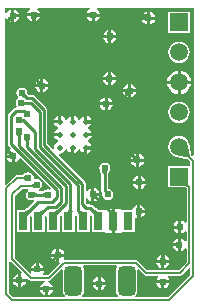
<source format=gbl>
G04*
G04 #@! TF.GenerationSoftware,Altium Limited,Altium Designer,20.1.8 (145)*
G04*
G04 Layer_Physical_Order=2*
G04 Layer_Color=16711680*
%FSLAX25Y25*%
%MOIN*%
G70*
G04*
G04 #@! TF.SameCoordinates,9520363F-8405-43F2-999A-1BF51871F706*
G04*
G04*
G04 #@! TF.FilePolarity,Positive*
G04*
G01*
G75*
%ADD40C,0.00900*%
%ADD41C,0.01000*%
%ADD42C,0.00600*%
%ADD43C,0.05906*%
%ADD44R,0.05906X0.05906*%
G04:AMPARAMS|DCode=45|XSize=98.43mil|YSize=59.06mil|CornerRadius=14.76mil|HoleSize=0mil|Usage=FLASHONLY|Rotation=90.000|XOffset=0mil|YOffset=0mil|HoleType=Round|Shape=RoundedRectangle|*
%AMROUNDEDRECTD45*
21,1,0.09843,0.02953,0,0,90.0*
21,1,0.06890,0.05906,0,0,90.0*
1,1,0.02953,0.01476,0.03445*
1,1,0.02953,0.01476,-0.03445*
1,1,0.02953,-0.01476,-0.03445*
1,1,0.02953,-0.01476,0.03445*
%
%ADD45ROUNDEDRECTD45*%
%ADD46C,0.02400*%
%ADD47C,0.01968*%
%ADD48R,0.03150X0.05906*%
G36*
X583987Y229913D02*
X583487Y229669D01*
X583236Y229837D01*
X582690Y232692D01*
X582666Y232729D01*
X582561Y233527D01*
X582203Y234392D01*
X581634Y235134D01*
X580892Y235703D01*
X580027Y236061D01*
X579100Y236183D01*
X578172Y236061D01*
X577308Y235703D01*
X576566Y235134D01*
X575997Y234392D01*
X575639Y233527D01*
X575517Y232600D01*
X575639Y231673D01*
X575997Y230808D01*
X576566Y230066D01*
X577308Y229497D01*
X578172Y229139D01*
X578971Y229034D01*
X579008Y229010D01*
X581955Y228447D01*
X582789Y227614D01*
Y226596D01*
X582653Y226153D01*
X575547D01*
Y219047D01*
X580964D01*
X581589Y218735D01*
Y207438D01*
X581089Y207286D01*
X580986Y207440D01*
X580258Y207926D01*
X579900Y207997D01*
Y205854D01*
Y203710D01*
X580258Y203781D01*
X580986Y204267D01*
X581089Y204421D01*
X581589Y204269D01*
Y201255D01*
X581089Y201103D01*
X580833Y201486D01*
X580105Y201972D01*
X579746Y202044D01*
Y199900D01*
Y197756D01*
X580105Y197828D01*
X580833Y198314D01*
X581089Y198697D01*
X581589Y198546D01*
Y194186D01*
X578920Y191518D01*
X568580D01*
X565449Y194649D01*
X565151Y194848D01*
X564800Y194918D01*
X540890D01*
X540711Y195131D01*
X540603Y195388D01*
X540772Y195642D01*
X540844Y196000D01*
X539200D01*
Y194231D01*
X539386Y193884D01*
X535320Y189818D01*
X533874D01*
X533622Y190318D01*
X533972Y190842D01*
X534044Y191200D01*
X529756D01*
X529828Y190842D01*
X529957Y190647D01*
X529569Y190329D01*
X524418Y195480D01*
Y216320D01*
X526680Y218582D01*
X528727D01*
X528879Y218082D01*
X528602Y217898D01*
X528204Y217302D01*
X528065Y216600D01*
X528204Y215898D01*
X528602Y215302D01*
X529198Y214904D01*
X529900Y214765D01*
X530579Y214900D01*
X530610Y214878D01*
X530844Y214458D01*
X528438Y212052D01*
X527262Y211453D01*
X525025D01*
Y204347D01*
X529375D01*
Y209218D01*
X529525Y209367D01*
X530025Y209160D01*
Y204347D01*
X534375D01*
Y209318D01*
X534525Y209467D01*
X535025Y209260D01*
Y204347D01*
X539375D01*
Y209418D01*
X539525Y209567D01*
X540025Y209360D01*
Y204347D01*
X544375D01*
Y209441D01*
X544875Y209658D01*
X545025Y209518D01*
Y204347D01*
X549375D01*
Y209460D01*
X549875Y209667D01*
X550025Y209518D01*
Y204347D01*
X554125D01*
X554375Y204347D01*
X554625Y203951D01*
Y203947D01*
X556700D01*
Y204161D01*
X556300Y204971D01*
X556700D01*
Y207900D01*
Y210834D01*
X555637Y210841D01*
X555087Y211477D01*
X556359D01*
X556700Y211304D01*
Y211853D01*
X554625D01*
Y211849D01*
X554375Y211453D01*
X554125Y211453D01*
X552438D01*
X551263Y212052D01*
X550257Y213057D01*
X549910Y213289D01*
X549500Y213371D01*
X548443D01*
X547971Y213843D01*
Y215476D01*
X548471Y215628D01*
X548814Y215114D01*
X549542Y214628D01*
X549900Y214556D01*
Y216700D01*
Y218844D01*
X549542Y218772D01*
X548814Y218286D01*
X548471Y217772D01*
X547971Y217924D01*
Y220307D01*
X547889Y220716D01*
X547657Y221064D01*
X547657Y221064D01*
X538889Y229832D01*
X539135Y230293D01*
X539369Y230246D01*
X540143Y230400D01*
X540800Y230839D01*
X541238Y231495D01*
X541280Y231703D01*
X541789D01*
X541831Y231495D01*
X542269Y230839D01*
X542926Y230400D01*
X543200Y230346D01*
Y232269D01*
X544200D01*
Y230346D01*
X544474Y230400D01*
X545131Y230839D01*
X545569Y231495D01*
X545611Y231703D01*
X546120D01*
X546162Y231495D01*
X546600Y230839D01*
X547257Y230400D01*
X547531Y230346D01*
Y232269D01*
X548031D01*
Y232769D01*
X548734D01*
Y232958D01*
X549337Y232769D01*
X549954D01*
X549900Y233044D01*
X549461Y233700D01*
X548805Y234138D01*
X548597Y234180D01*
Y234689D01*
X548805Y234731D01*
X549461Y235169D01*
X549900Y235826D01*
X549954Y236100D01*
X548031D01*
Y237100D01*
X549954D01*
X549900Y237374D01*
X549461Y238031D01*
X548805Y238469D01*
X548597Y238510D01*
Y239020D01*
X548805Y239062D01*
X549461Y239500D01*
X549900Y240157D01*
X549954Y240431D01*
X549337D01*
X548734Y240242D01*
Y240431D01*
X548031D01*
Y240931D01*
X547531D01*
Y242854D01*
X547257Y242800D01*
X546600Y242361D01*
X546162Y241705D01*
X546120Y241497D01*
X545611D01*
X545569Y241705D01*
X545131Y242361D01*
X544474Y242800D01*
X544200Y242854D01*
Y240931D01*
X543200D01*
Y242854D01*
X542926Y242800D01*
X542269Y242361D01*
X541831Y241705D01*
X541789Y241497D01*
X541280D01*
X541238Y241705D01*
X540800Y242361D01*
X540143Y242800D01*
X539869Y242854D01*
Y240931D01*
X539369D01*
Y240431D01*
X537446D01*
X537500Y240157D01*
X537939Y239500D01*
X538595Y239062D01*
X538803Y239020D01*
Y238510D01*
X538595Y238469D01*
X537939Y238031D01*
X537500Y237374D01*
X537446Y237100D01*
X539369D01*
Y236100D01*
X537446D01*
X537500Y235826D01*
X537939Y235169D01*
X538595Y234731D01*
X538803Y234689D01*
Y234180D01*
X538595Y234138D01*
X537939Y233700D01*
X537500Y233044D01*
X537346Y232269D01*
X537393Y232035D01*
X536932Y231789D01*
X535171Y233550D01*
Y244821D01*
X535089Y245231D01*
X534857Y245578D01*
X530978Y249457D01*
X530631Y249689D01*
X530221Y249771D01*
X528943D01*
X528892Y249822D01*
X528497Y250744D01*
X528484Y250756D01*
X528396Y251202D01*
X527998Y251798D01*
X527402Y252196D01*
X526700Y252335D01*
X525998Y252196D01*
X525402Y251798D01*
X525004Y251202D01*
X524865Y250500D01*
X525004Y249798D01*
X525402Y249202D01*
X525380Y248616D01*
X525202Y248498D01*
X524804Y247902D01*
X524665Y247200D01*
X524804Y246498D01*
X525090Y246071D01*
X524867Y245571D01*
X524600D01*
X524190Y245489D01*
X523843Y245257D01*
X522187Y243601D01*
X521955Y243253D01*
X521873Y242844D01*
Y233656D01*
X521955Y233247D01*
X522187Y232899D01*
X523026Y232060D01*
X522861Y231518D01*
X522214Y231086D01*
X521728Y230358D01*
X521656Y230000D01*
X522391D01*
X522186Y230477D01*
X522823Y231114D01*
X523788Y230700D01*
X523088Y230000D01*
X523800D01*
Y229500D01*
X524300D01*
Y227356D01*
X524658Y227428D01*
X525386Y227914D01*
X525818Y228561D01*
X526360Y228726D01*
X536300Y218786D01*
X536054Y218325D01*
X535500Y218435D01*
X534798Y218296D01*
X534432Y218051D01*
X534425Y218052D01*
X533499Y217722D01*
X532273D01*
X532222Y217779D01*
X532270Y218096D01*
X532375Y218353D01*
X532898Y218702D01*
X533296Y219298D01*
X533435Y220000D01*
X533296Y220702D01*
X532898Y221298D01*
X532302Y221696D01*
X531600Y221835D01*
X531134Y221743D01*
X530709Y222110D01*
X530701Y222127D01*
X530735Y222300D01*
X530596Y223002D01*
X530198Y223598D01*
X529602Y223996D01*
X528900Y224135D01*
X528198Y223996D01*
X527783Y223719D01*
X527740Y223715D01*
X526797Y223218D01*
X525100D01*
X524749Y223148D01*
X524451Y222949D01*
X521475Y219973D01*
X521013Y220164D01*
Y275405D01*
X521513Y275454D01*
X521528Y275381D01*
X522014Y274653D01*
X522742Y274167D01*
X523100Y274096D01*
Y274830D01*
X522622Y274625D01*
X521986Y275262D01*
X522400Y276227D01*
X523100Y275527D01*
Y276239D01*
Y278383D01*
X522742Y278312D01*
X522014Y277825D01*
X521528Y277098D01*
X521513Y277025D01*
X521013Y277074D01*
Y278987D01*
X529366D01*
X529518Y278487D01*
X529067Y278186D01*
X528581Y277458D01*
X528510Y277100D01*
X531510D01*
Y277440D01*
X532361Y277100D01*
X532797D01*
X532726Y277458D01*
X532240Y278186D01*
X531790Y278487D01*
X531941Y278987D01*
X549308D01*
X549460Y278487D01*
X548860Y278086D01*
X548374Y277358D01*
X548303Y277000D01*
X548655D01*
X548660Y277050D01*
X549662Y277409D01*
X549628Y277000D01*
X551303D01*
Y277340D01*
X552154Y277000D01*
X552590D01*
X552519Y277358D01*
X552033Y278086D01*
X551433Y278487D01*
X551584Y278987D01*
X583987D01*
Y229913D01*
D02*
G37*
G36*
X528314Y249522D02*
X527677Y248886D01*
X526712Y249300D01*
X527900Y250488D01*
X528314Y249522D01*
D02*
G37*
G36*
X526200Y236018D02*
X525300D01*
X524910Y236993D01*
X526590D01*
X526200Y236018D01*
D02*
G37*
G36*
X528850Y234168D02*
X527950D01*
X527560Y235143D01*
X529240D01*
X528850Y234168D01*
D02*
G37*
G36*
X582642Y229482D02*
X582218Y229058D01*
X579130Y229647D01*
X582053Y232571D01*
X582642Y229482D01*
D02*
G37*
G36*
X528043Y221460D02*
X527018Y222000D01*
Y222600D01*
X528043Y223140D01*
Y221460D01*
D02*
G37*
G36*
X582465Y219659D02*
X582041Y219235D01*
X581192Y219659D01*
X582041Y220508D01*
X582465Y219659D01*
D02*
G37*
G36*
X531160Y218884D02*
X529986Y219200D01*
X529697Y219800D01*
X530471Y220407D01*
X531160Y218884D01*
D02*
G37*
G36*
X534643Y215760D02*
X533689Y216100D01*
Y217100D01*
X534643Y217440D01*
Y215760D01*
D02*
G37*
G36*
X531711Y217100D02*
Y216100D01*
X530757Y215760D01*
Y217440D01*
X531711Y217100D01*
D02*
G37*
G36*
X543763Y210841D02*
X542000Y210829D01*
X542450Y211741D01*
X543350D01*
X543763Y210841D01*
D02*
G37*
G36*
X546978Y210829D02*
X545649Y209944D01*
X545001Y211063D01*
X545859Y211477D01*
X546978Y210829D01*
D02*
G37*
G36*
X552232D02*
X550649Y209890D01*
X550001Y211163D01*
X550959Y211477D01*
X552232Y210829D01*
D02*
G37*
G36*
X539399Y211063D02*
X538751Y209790D01*
X537268Y210829D01*
X538541Y211477D01*
X539399Y211063D01*
D02*
G37*
G36*
X534399Y210963D02*
X533751Y209690D01*
X532368Y210829D01*
X533641Y211477D01*
X534399Y210963D01*
D02*
G37*
G36*
X529399Y210863D02*
X528751Y209590D01*
X527468Y210829D01*
X528741Y211477D01*
X529399Y210863D01*
D02*
G37*
G36*
X582789Y192138D02*
Y189886D01*
X575420Y182518D01*
X564681D01*
X564529Y183018D01*
X564590Y183058D01*
X565049Y183745D01*
X565210Y184555D01*
Y191445D01*
X565175Y191620D01*
X565636Y191866D01*
X567551Y189951D01*
X567849Y189752D01*
X568200Y189682D01*
X571957D01*
X572114Y189186D01*
X571628Y188458D01*
X571556Y188100D01*
X575844D01*
X575772Y188458D01*
X575286Y189186D01*
X575443Y189682D01*
X579300D01*
X579651Y189752D01*
X579949Y189951D01*
X582327Y192329D01*
X582789Y192138D01*
D02*
G37*
G36*
X558403Y192582D02*
X558184Y192255D01*
X558023Y191445D01*
Y184555D01*
X558184Y183745D01*
X558643Y183058D01*
X558704Y183018D01*
X558552Y182518D01*
X546964D01*
X546813Y183018D01*
X546873Y183058D01*
X547332Y183745D01*
X547493Y184555D01*
Y191445D01*
X547332Y192255D01*
X547114Y192582D01*
X547381Y193082D01*
X558136D01*
X558403Y192582D01*
D02*
G37*
G36*
X526586Y190717D02*
X526400Y190369D01*
Y188600D01*
X528169D01*
X528516Y188786D01*
X529051Y188251D01*
X529349Y188052D01*
X529700Y187982D01*
X534545D01*
X534595Y187482D01*
X534042Y187372D01*
X533314Y186886D01*
X532828Y186158D01*
X532756Y185800D01*
X537044D01*
X536972Y186158D01*
X536486Y186886D01*
X535758Y187372D01*
X535205Y187482D01*
X535255Y187982D01*
X535700D01*
X536051Y188052D01*
X536349Y188251D01*
X539860Y191762D01*
X540321Y191516D01*
X540307Y191445D01*
Y184555D01*
X540468Y183745D01*
X540927Y183058D01*
X540987Y183018D01*
X540836Y182518D01*
X523680D01*
X522418Y183780D01*
Y194200D01*
X522649Y194334D01*
X522918Y194385D01*
X526586Y190717D01*
D02*
G37*
%LPC*%
G36*
X524100Y278383D02*
Y276739D01*
X525744D01*
X525672Y277098D01*
X525186Y277825D01*
X524458Y278312D01*
X524100Y278383D01*
D02*
G37*
G36*
X569347Y277644D02*
Y276000D01*
X570990D01*
X570919Y276358D01*
X570433Y277086D01*
X569705Y277572D01*
X569347Y277644D01*
D02*
G37*
G36*
X568347D02*
X567988Y277572D01*
X567260Y277086D01*
X566774Y276358D01*
X566703Y276000D01*
X568347D01*
Y277644D01*
D02*
G37*
G36*
X532797Y276100D02*
X532361D01*
X531510Y275760D01*
Y276100D01*
X531153D01*
Y275743D01*
X531494D01*
X531153Y274893D01*
Y274456D01*
X531512Y274528D01*
X532240Y275014D01*
X532726Y275742D01*
X532797Y276100D01*
D02*
G37*
G36*
X549946Y276000D02*
X549545D01*
X549522Y275734D01*
X548919Y276000D01*
X548303D01*
X548374Y275642D01*
X548860Y274914D01*
X549588Y274428D01*
X549946Y274356D01*
Y276000D01*
D02*
G37*
G36*
X552590D02*
X552154D01*
X551303Y275660D01*
Y276000D01*
X550947D01*
Y274356D01*
X551305Y274428D01*
X552033Y274914D01*
X552519Y275642D01*
X552590Y276000D01*
D02*
G37*
G36*
X530154Y276100D02*
X528510D01*
X528581Y275742D01*
X529067Y275014D01*
X529795Y274528D01*
X530154Y274456D01*
Y274893D01*
X529814Y275743D01*
X530154D01*
Y276100D01*
D02*
G37*
G36*
X525744Y275739D02*
X524100D01*
Y274096D01*
X524458Y274167D01*
X525186Y274653D01*
X525672Y275381D01*
X525744Y275739D01*
D02*
G37*
G36*
X570990Y275000D02*
X569347D01*
Y273356D01*
X569705Y273428D01*
X570433Y273914D01*
X570919Y274642D01*
X570990Y275000D01*
D02*
G37*
G36*
X568347D02*
X566703D01*
X566774Y274642D01*
X567260Y273914D01*
X567988Y273428D01*
X568347Y273356D01*
Y275000D01*
D02*
G37*
G36*
X582653Y277653D02*
X575547D01*
Y270547D01*
X582653D01*
Y277653D01*
D02*
G37*
G36*
X556500Y271544D02*
Y270927D01*
X556766Y270324D01*
X556500Y270053D01*
Y269900D01*
X558144D01*
X558072Y270258D01*
X557586Y270986D01*
X556858Y271472D01*
X556500Y271544D01*
D02*
G37*
G36*
X555500D02*
X555142Y271472D01*
X554414Y270986D01*
X553928Y270258D01*
X553856Y269900D01*
X555370D01*
X555091Y270184D01*
X555450Y271186D01*
X555500Y271191D01*
Y271544D01*
D02*
G37*
G36*
X558144Y268900D02*
X556500D01*
Y268747D01*
X556766Y268476D01*
X556500Y267873D01*
Y267256D01*
X556858Y267328D01*
X557586Y267814D01*
X558072Y268542D01*
X558144Y268900D01*
D02*
G37*
G36*
X555370D02*
X553856D01*
X553928Y268542D01*
X554414Y267814D01*
X555142Y267328D01*
X555500Y267256D01*
Y267609D01*
X555450Y267614D01*
X555091Y268616D01*
X555370Y268900D01*
D02*
G37*
G36*
X579100Y267683D02*
X578172Y267561D01*
X577308Y267203D01*
X576566Y266634D01*
X575997Y265892D01*
X575639Y265027D01*
X575517Y264100D01*
X575639Y263173D01*
X575997Y262308D01*
X576566Y261566D01*
X577308Y260997D01*
X578172Y260639D01*
X579100Y260517D01*
X580027Y260639D01*
X580892Y260997D01*
X581634Y261566D01*
X582203Y262308D01*
X582561Y263173D01*
X582683Y264100D01*
X582561Y265027D01*
X582203Y265892D01*
X581634Y266634D01*
X580892Y267203D01*
X580027Y267561D01*
X579100Y267683D01*
D02*
G37*
G36*
X556400Y257444D02*
Y257007D01*
X556740Y256157D01*
X556400D01*
Y255800D01*
X558044D01*
X557972Y256158D01*
X557486Y256886D01*
X556758Y257372D01*
X556400Y257444D01*
D02*
G37*
G36*
X555400D02*
X555042Y257372D01*
X554314Y256886D01*
X553828Y256158D01*
X553756Y255800D01*
X555400D01*
Y256157D01*
X555060D01*
X555400Y257007D01*
Y257444D01*
D02*
G37*
G36*
X579600Y258021D02*
Y254600D01*
X583021D01*
X582951Y255132D01*
X582553Y256093D01*
X581919Y256919D01*
X581093Y257553D01*
X580132Y257951D01*
X579600Y258021D01*
D02*
G37*
G36*
X578600D02*
X578068Y257951D01*
X577107Y257553D01*
X576281Y256919D01*
X575647Y256093D01*
X575249Y255132D01*
X575179Y254600D01*
X578600D01*
Y258021D01*
D02*
G37*
G36*
X532854Y255144D02*
X532495Y255072D01*
X531767Y254586D01*
X531281Y253858D01*
X531210Y253500D01*
X531944D01*
X531740Y253977D01*
X532376Y254614D01*
X532854Y254409D01*
Y255144D01*
D02*
G37*
G36*
X533853D02*
Y253500D01*
X535497D01*
X535426Y253858D01*
X534940Y254586D01*
X534212Y255072D01*
X533853Y255144D01*
D02*
G37*
G36*
X532854Y253712D02*
X532642Y253500D01*
X532854D01*
Y253712D01*
D02*
G37*
G36*
X558044Y254800D02*
X556400D01*
Y253156D01*
X556758Y253228D01*
X557486Y253714D01*
X557972Y254442D01*
X558044Y254800D01*
D02*
G37*
G36*
X555400D02*
X553756D01*
X553828Y254442D01*
X554314Y253714D01*
X555042Y253228D01*
X555400Y253156D01*
Y254800D01*
D02*
G37*
G36*
X563100Y253490D02*
Y251847D01*
X564744D01*
X564672Y252205D01*
X564186Y252933D01*
X563458Y253419D01*
X563100Y253490D01*
D02*
G37*
G36*
X562100D02*
X561742Y253419D01*
X561014Y252933D01*
X560528Y252205D01*
X560456Y251847D01*
X562100D01*
Y253490D01*
D02*
G37*
G36*
X535497Y252500D02*
X533853D01*
Y250856D01*
X534212Y250928D01*
X534940Y251414D01*
X535426Y252142D01*
X535497Y252500D01*
D02*
G37*
G36*
X532854D02*
X531210D01*
X531281Y252142D01*
X531767Y251414D01*
X532495Y250928D01*
X532854Y250856D01*
Y252500D01*
D02*
G37*
G36*
X562100Y250847D02*
X561888D01*
X562100Y250635D01*
Y250847D01*
D02*
G37*
G36*
X583021Y253600D02*
X579600D01*
Y250179D01*
X580132Y250249D01*
X581093Y250647D01*
X581919Y251281D01*
X582553Y252107D01*
X582951Y253068D01*
X583021Y253600D01*
D02*
G37*
G36*
X578600D02*
X575179D01*
X575249Y253068D01*
X575647Y252107D01*
X576281Y251281D01*
X577107Y250647D01*
X578068Y250249D01*
X578600Y250179D01*
Y253600D01*
D02*
G37*
G36*
X564744Y250847D02*
X563100D01*
Y249203D01*
X563458Y249274D01*
X564186Y249760D01*
X564672Y250488D01*
X564744Y250847D01*
D02*
G37*
G36*
X561191D02*
X560456D01*
X560528Y250488D01*
X561014Y249760D01*
X561742Y249274D01*
X562100Y249203D01*
Y249937D01*
X561622Y249732D01*
X560986Y250369D01*
X561191Y250847D01*
D02*
G37*
G36*
X555300Y249044D02*
Y247400D01*
X556944D01*
X556872Y247758D01*
X556386Y248486D01*
X555658Y248972D01*
X555300Y249044D01*
D02*
G37*
G36*
X554300D02*
X553942Y248972D01*
X553214Y248486D01*
X552728Y247758D01*
X552656Y247400D01*
X554300D01*
Y249044D01*
D02*
G37*
G36*
X556944Y246400D02*
X555300D01*
Y244756D01*
X555658Y244828D01*
X556386Y245314D01*
X556872Y246042D01*
X556944Y246400D01*
D02*
G37*
G36*
X554300D02*
X552656D01*
X552728Y246042D01*
X553214Y245314D01*
X553942Y244828D01*
X554300Y244756D01*
Y246400D01*
D02*
G37*
G36*
X548531Y242854D02*
Y241431D01*
X548734D01*
Y241620D01*
X549337Y241431D01*
X549954D01*
X549900Y241705D01*
X549461Y242361D01*
X548805Y242800D01*
X548531Y242854D01*
D02*
G37*
G36*
X538869D02*
X538595Y242800D01*
X537939Y242361D01*
X537500Y241705D01*
X537446Y241431D01*
X538869D01*
Y242854D01*
D02*
G37*
G36*
X579100Y247683D02*
X578172Y247561D01*
X577308Y247203D01*
X576566Y246634D01*
X575997Y245892D01*
X575639Y245027D01*
X575517Y244100D01*
X575639Y243173D01*
X575997Y242308D01*
X576566Y241566D01*
X577308Y240997D01*
X578172Y240639D01*
X579100Y240517D01*
X580027Y240639D01*
X580892Y240997D01*
X581634Y241566D01*
X582203Y242308D01*
X582561Y243173D01*
X582683Y244100D01*
X582561Y245027D01*
X582203Y245892D01*
X581634Y246634D01*
X580892Y247203D01*
X580027Y247561D01*
X579100Y247683D01*
D02*
G37*
G36*
X549954Y231769D02*
X549337D01*
X548734Y231580D01*
Y231769D01*
X548531D01*
Y230346D01*
X548805Y230400D01*
X549461Y230839D01*
X549900Y231495D01*
X549954Y231769D01*
D02*
G37*
G36*
X564700Y230297D02*
X564342Y230226D01*
X563614Y229740D01*
X563128Y229012D01*
X563056Y228654D01*
X563791D01*
X563586Y229131D01*
X564222Y229767D01*
X564700Y229563D01*
Y230297D01*
D02*
G37*
G36*
X565700D02*
Y228654D01*
X567344D01*
X567272Y229012D01*
X566786Y229740D01*
X566058Y230226D01*
X565700Y230297D01*
D02*
G37*
G36*
X564700Y228866D02*
X564488Y228654D01*
X564700D01*
Y228866D01*
D02*
G37*
G36*
X523300Y229000D02*
X521656D01*
X521728Y228642D01*
X522214Y227914D01*
X522942Y227428D01*
X523300Y227356D01*
Y229000D01*
D02*
G37*
G36*
X567344Y227654D02*
X565700D01*
Y226010D01*
X566058Y226081D01*
X566786Y226567D01*
X567272Y227295D01*
X567344Y227654D01*
D02*
G37*
G36*
X564700D02*
X563056D01*
X563128Y227295D01*
X563614Y226567D01*
X564342Y226081D01*
X564700Y226010D01*
Y227654D01*
D02*
G37*
G36*
X566300Y222844D02*
Y221200D01*
X567944D01*
X567872Y221558D01*
X567386Y222286D01*
X566658Y222772D01*
X566300Y222844D01*
D02*
G37*
G36*
X565300D02*
X564942Y222772D01*
X564214Y222286D01*
X563728Y221558D01*
X563656Y221200D01*
X565300D01*
Y222844D01*
D02*
G37*
G36*
X567944Y220200D02*
X566300D01*
Y218556D01*
X566658Y218628D01*
X567386Y219114D01*
X567872Y219842D01*
X567944Y220200D01*
D02*
G37*
G36*
X565300D02*
X563656D01*
X563728Y219842D01*
X564214Y219114D01*
X564942Y218628D01*
X565300Y218556D01*
Y220200D01*
D02*
G37*
G36*
X550900Y218844D02*
Y217200D01*
X552544D01*
X552472Y217558D01*
X551986Y218286D01*
X551258Y218772D01*
X550900Y218844D01*
D02*
G37*
G36*
X551102Y216200D02*
X550900D01*
Y215972D01*
X551102Y216200D01*
D02*
G37*
G36*
X552544D02*
X551855D01*
X552042Y215795D01*
X551446Y215118D01*
X550900Y215336D01*
Y214556D01*
X551258Y214628D01*
X551986Y215114D01*
X552472Y215842D01*
X552544Y216200D01*
D02*
G37*
G36*
X554300Y227235D02*
X553598Y227096D01*
X553002Y226698D01*
X552604Y226102D01*
X552465Y225400D01*
X552604Y224698D01*
X552857Y224319D01*
X552857Y224302D01*
X553229Y223370D01*
Y217700D01*
X553311Y217290D01*
X553520Y216978D01*
X553465Y216700D01*
X553604Y215998D01*
X554002Y215402D01*
X554598Y215004D01*
X555300Y214865D01*
X556002Y215004D01*
X556598Y215402D01*
X556996Y215998D01*
X557135Y216700D01*
X556996Y217402D01*
X556598Y217998D01*
X556002Y218396D01*
X555371Y218521D01*
Y223370D01*
X555743Y224302D01*
X555743Y224319D01*
X555996Y224698D01*
X556135Y225400D01*
X555996Y226102D01*
X555598Y226698D01*
X555002Y227096D01*
X554300Y227235D01*
D02*
G37*
G36*
X566100Y213244D02*
Y211600D01*
X567744D01*
X567672Y211958D01*
X567186Y212686D01*
X566458Y213172D01*
X566100Y213244D01*
D02*
G37*
G36*
X565100D02*
X564742Y213172D01*
X564014Y212686D01*
X563528Y211958D01*
X563427Y211453D01*
X560275D01*
X560025Y211453D01*
X559775Y211849D01*
Y211853D01*
X557700D01*
Y207900D01*
Y204971D01*
X558100D01*
X557700Y204161D01*
Y203947D01*
X559775D01*
Y203951D01*
X560025Y204347D01*
X560275Y204347D01*
X560934D01*
X560998Y204304D01*
X561700Y204165D01*
X562402Y204304D01*
X562466Y204347D01*
X564375D01*
Y208717D01*
X564875Y209001D01*
X565100Y208956D01*
Y209393D01*
X564760Y210243D01*
X565100D01*
Y211100D01*
Y213244D01*
D02*
G37*
G36*
X567744Y210600D02*
X566100D01*
Y210243D01*
X566440D01*
X566100Y209393D01*
Y208956D01*
X566458Y209028D01*
X567186Y209514D01*
X567672Y210242D01*
X567744Y210600D01*
D02*
G37*
G36*
X578900Y207997D02*
X578542Y207926D01*
X577814Y207440D01*
X577328Y206712D01*
X577256Y206353D01*
X578900D01*
Y207997D01*
D02*
G37*
G36*
Y205353D02*
X577256D01*
X577328Y204995D01*
X577814Y204267D01*
X578542Y203781D01*
X578900Y203710D01*
Y205353D01*
D02*
G37*
G36*
X578747Y202044D02*
X578388Y201972D01*
X577660Y201486D01*
X577174Y200758D01*
X577103Y200400D01*
X578747D01*
Y202044D01*
D02*
G37*
G36*
Y199400D02*
X577103D01*
X577174Y199042D01*
X577660Y198314D01*
X578388Y197828D01*
X578747Y197756D01*
Y199400D01*
D02*
G37*
G36*
X539200Y198644D02*
Y197000D01*
X540844D01*
X540772Y197358D01*
X540286Y198086D01*
X539558Y198572D01*
X539200Y198644D01*
D02*
G37*
G36*
X538200D02*
X537842Y198572D01*
X537114Y198086D01*
X536628Y197358D01*
X536556Y197000D01*
X538200D01*
Y198644D01*
D02*
G37*
G36*
X574200Y196444D02*
Y196007D01*
X574540Y195157D01*
X574200D01*
Y194800D01*
X575844D01*
X575772Y195158D01*
X575286Y195886D01*
X574558Y196372D01*
X574200Y196444D01*
D02*
G37*
G36*
X573200D02*
X572842Y196372D01*
X572114Y195886D01*
X571628Y195158D01*
X571556Y194800D01*
X573200D01*
Y195157D01*
X572860D01*
X573200Y196007D01*
Y196444D01*
D02*
G37*
G36*
X538200Y196000D02*
X536556D01*
X536628Y195642D01*
X537114Y194914D01*
X537842Y194428D01*
X538200Y194356D01*
Y196000D01*
D02*
G37*
G36*
X532400Y193844D02*
Y192200D01*
X534044D01*
X533972Y192558D01*
X533486Y193286D01*
X532758Y193772D01*
X532400Y193844D01*
D02*
G37*
G36*
X531400D02*
X531042Y193772D01*
X530314Y193286D01*
X529828Y192558D01*
X529756Y192200D01*
X531400D01*
Y193844D01*
D02*
G37*
G36*
X575844Y193800D02*
X574200D01*
Y192156D01*
X574558Y192228D01*
X575286Y192714D01*
X575772Y193442D01*
X575844Y193800D01*
D02*
G37*
G36*
X573200D02*
X571556D01*
X571628Y193442D01*
X572114Y192714D01*
X572842Y192228D01*
X573200Y192156D01*
Y193800D01*
D02*
G37*
%LPD*%
G36*
X554750Y223568D02*
X553850D01*
X553460Y224543D01*
X555140D01*
X554750Y223568D01*
D02*
G37*
%LPC*%
G36*
X575844Y187100D02*
X574200D01*
Y185456D01*
X574558Y185528D01*
X575286Y186014D01*
X575772Y186742D01*
X575844Y187100D01*
D02*
G37*
G36*
X573200D02*
X571556D01*
X571628Y186742D01*
X572114Y186014D01*
X572842Y185528D01*
X573200Y185456D01*
Y187100D01*
D02*
G37*
G36*
X553000Y189144D02*
Y187500D01*
X554644D01*
X554572Y187858D01*
X554086Y188586D01*
X553358Y189072D01*
X553000Y189144D01*
D02*
G37*
G36*
X552000D02*
X551642Y189072D01*
X550914Y188586D01*
X550428Y187858D01*
X550356Y187500D01*
X552000D01*
Y189144D01*
D02*
G37*
G36*
X554644Y186500D02*
X553000D01*
Y184856D01*
X553358Y184928D01*
X554086Y185414D01*
X554572Y186142D01*
X554644Y186500D01*
D02*
G37*
G36*
X552000D02*
X550356D01*
X550428Y186142D01*
X550914Y185414D01*
X551642Y184928D01*
X552000Y184856D01*
Y186500D01*
D02*
G37*
G36*
X525400Y190244D02*
X525042Y190172D01*
X524314Y189686D01*
X523828Y188958D01*
X523756Y188600D01*
X525400D01*
Y190244D01*
D02*
G37*
G36*
X528044Y187600D02*
X526400D01*
Y185956D01*
X526758Y186028D01*
X527486Y186514D01*
X527972Y187242D01*
X528044Y187600D01*
D02*
G37*
G36*
X525400D02*
X523756D01*
X523828Y187242D01*
X524314Y186514D01*
X525042Y186028D01*
X525400Y185956D01*
Y187600D01*
D02*
G37*
G36*
X537044Y184800D02*
X535400D01*
Y183156D01*
X535758Y183228D01*
X536486Y183714D01*
X536972Y184442D01*
X537044Y184800D01*
D02*
G37*
G36*
X534400D02*
X532756D01*
X532828Y184442D01*
X533314Y183714D01*
X534042Y183228D01*
X534400Y183156D01*
Y184800D01*
D02*
G37*
%LPD*%
D40*
X533900Y191700D02*
X538700Y196500D01*
X531900Y191700D02*
X533900D01*
X538700Y196500D02*
X553889D01*
X557200Y199811D01*
X537200Y207900D02*
Y209500D01*
X541400Y213700D01*
X538179Y212600D02*
X539900Y214321D01*
X535400Y212600D02*
X538179D01*
X532200Y209400D02*
X535400Y212600D01*
X532200Y207900D02*
Y209400D01*
X542200Y207900D02*
X542900Y208600D01*
X527300Y244500D02*
X528300Y243500D01*
X536800Y214100D02*
X538400Y215700D01*
X532000Y214100D02*
X536800D01*
X527700Y209800D02*
X532000Y214100D01*
X538400Y215700D02*
Y218200D01*
X525750Y232971D02*
Y237850D01*
Y232971D02*
X539900Y218821D01*
Y214321D02*
Y218821D01*
X528400Y232443D02*
Y236000D01*
Y232443D02*
X541400Y219443D01*
Y213700D02*
Y219443D01*
X542900Y208600D02*
Y220064D01*
X525600Y241500D02*
X527000D01*
X531100Y237400D01*
Y231864D02*
X542900Y220064D01*
X531100Y231864D02*
Y237400D01*
X526500Y247200D02*
X529600D01*
X532600Y244200D01*
Y232485D02*
Y244200D01*
X526700Y250500D02*
X528500Y248700D01*
X530221D01*
X534100Y244821D01*
Y233107D02*
Y244821D01*
X554300Y217700D02*
Y225400D01*
Y217700D02*
X555300Y216700D01*
X547200Y207900D02*
Y209500D01*
X545300Y211400D02*
X547200Y209500D01*
X532600Y232485D02*
X545300Y219785D01*
Y211400D02*
Y219785D01*
X534100Y233107D02*
X546900Y220307D01*
X549500Y212300D02*
X552200Y209600D01*
Y207900D02*
Y209600D01*
X546900Y213400D02*
Y220307D01*
Y213400D02*
X548000Y212300D01*
X549500D01*
X570589Y199811D02*
X573700Y196700D01*
Y194300D02*
Y196700D01*
X565600Y200011D02*
Y211100D01*
Y200011D02*
X565800Y199811D01*
X570589D01*
X557200D02*
Y207900D01*
Y199811D02*
X565800D01*
X557200Y207900D02*
Y210000D01*
X550500Y216700D02*
X557200Y210000D01*
X550400Y216700D02*
X550500D01*
X548031Y232269D02*
X561084D01*
X565200Y228153D01*
X548031Y240931D02*
X552184D01*
X562600Y251346D01*
X521444Y231856D02*
X523800Y229500D01*
X524600Y244500D02*
X527300D01*
X522944Y233656D02*
X538400Y218200D01*
X522944Y242844D02*
X524600Y244500D01*
X522944Y233656D02*
Y242844D01*
X521444Y231856D02*
Y274083D01*
X523600Y276239D01*
X530653Y255700D02*
Y276600D01*
Y255700D02*
X533354Y253000D01*
X530653Y276600D02*
X550347D01*
X550447Y276500D01*
X567846D02*
X568847Y275500D01*
X555900Y255300D02*
Y276200D01*
X556200Y276500D01*
X550447D02*
X556200D01*
X567846D01*
D41*
X529900Y216600D02*
X535500D01*
D42*
X531100Y219500D02*
X531600Y220000D01*
X526300Y219500D02*
X531100D01*
X523500Y216700D02*
X526300Y219500D01*
X579100Y232600D02*
X583706Y227994D01*
X521500Y183400D02*
Y218700D01*
X525100Y222300D01*
X528900D01*
X521500Y183400D02*
X523300Y181600D01*
X575800D01*
X583706Y189506D01*
X523500Y195100D02*
Y216700D01*
X540800Y194000D02*
X564800D01*
X568200Y190600D01*
X523500Y195100D02*
X529700Y188900D01*
X535700D01*
X540800Y194000D01*
X583706Y189506D02*
Y227994D01*
X579100Y222600D02*
X582506Y219194D01*
X568200Y190600D02*
X579300D01*
X582506Y193806D01*
Y219194D01*
D43*
X579100Y232600D02*
D03*
Y244100D02*
D03*
Y254100D02*
D03*
Y264100D02*
D03*
D44*
Y222600D02*
D03*
Y274100D02*
D03*
D45*
X561617Y188000D02*
D03*
X543900D02*
D03*
D46*
X538700Y196500D02*
D03*
X528300Y243500D02*
D03*
X525600Y241500D02*
D03*
X525750Y237850D02*
D03*
X528400Y236000D02*
D03*
X529900Y216600D02*
D03*
X528900Y222300D02*
D03*
X535500Y216600D02*
D03*
X531600Y220000D02*
D03*
X526500Y247200D02*
D03*
X526700Y250500D02*
D03*
X555300Y216700D02*
D03*
X554300Y225400D02*
D03*
X565600Y211100D02*
D03*
X565200Y228153D02*
D03*
X555900Y255300D02*
D03*
X562600Y251346D02*
D03*
X533354Y253000D02*
D03*
X530653Y276600D02*
D03*
X550447Y276500D02*
D03*
X523600Y276239D02*
D03*
X568847Y275500D02*
D03*
X523800Y229500D02*
D03*
X550400Y216700D02*
D03*
X573700Y194300D02*
D03*
X531900Y191700D02*
D03*
X525900Y188100D02*
D03*
X579247Y199900D02*
D03*
X565800Y220700D02*
D03*
X579400Y205854D02*
D03*
X561700Y206000D02*
D03*
X554800Y246900D02*
D03*
X573700Y187600D02*
D03*
X552500Y187000D02*
D03*
X534900Y185300D02*
D03*
X556000Y269400D02*
D03*
D47*
X539369Y232269D02*
D03*
Y236600D02*
D03*
Y240931D02*
D03*
X543700Y232269D02*
D03*
Y236600D02*
D03*
Y240931D02*
D03*
X548031Y232269D02*
D03*
Y236600D02*
D03*
Y240931D02*
D03*
D48*
X562200Y207900D02*
D03*
X557200D02*
D03*
X552200D02*
D03*
X532200D02*
D03*
X527200D02*
D03*
X537200D02*
D03*
X542200D02*
D03*
X547200D02*
D03*
M02*

</source>
